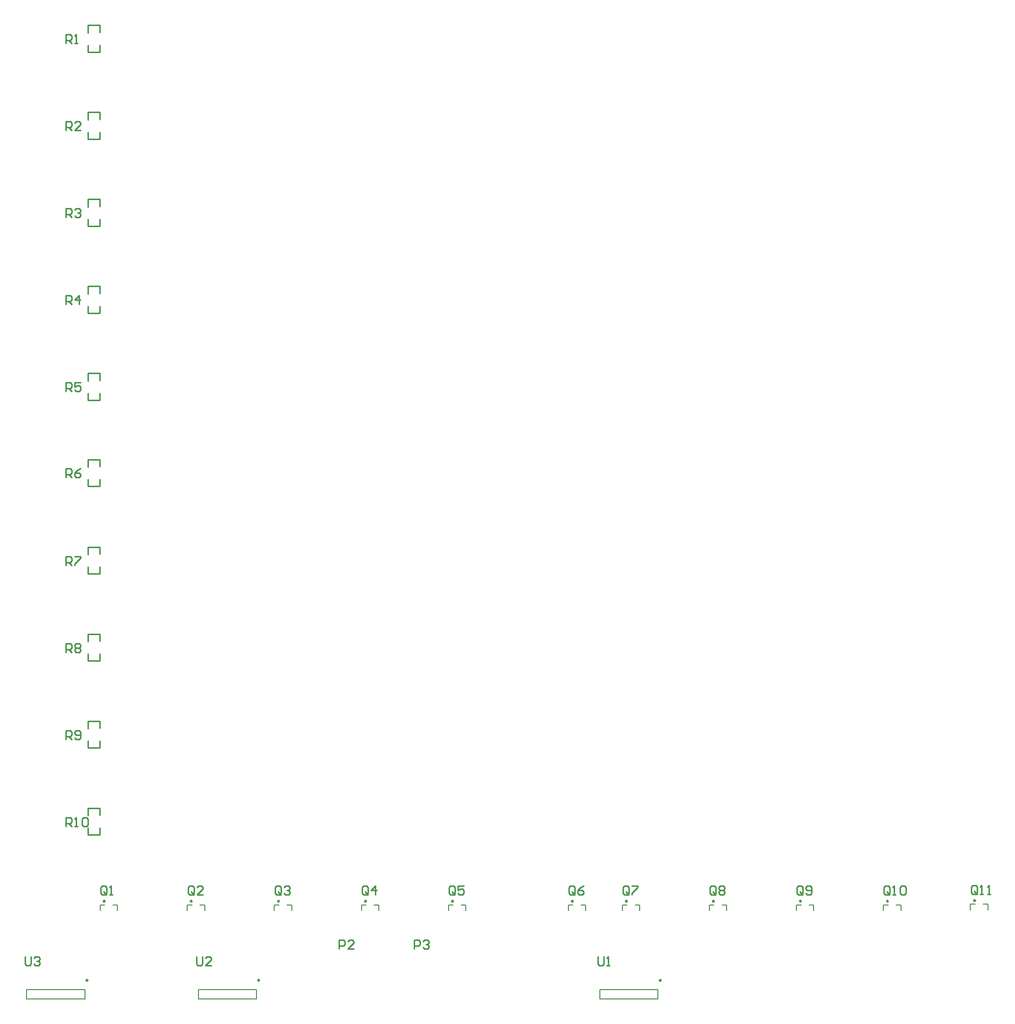
<source format=gto>
%FSTAX23Y23*%
%MOIN*%
%SFA1B1*%

%IPPOS*%
%ADD22C,0.009840*%
%ADD23C,0.007870*%
%ADD24C,0.010000*%
%LNwordclock_v20-1*%
%LPD*%
G54D22*
X-03046Y-03438D02*
D01*
X-03046Y-03438*
X-03046Y-03437*
X-03046Y-03437*
X-03046Y-03437*
X-03046Y-03436*
X-03046Y-03436*
X-03046Y-03436*
X-03047Y-03435*
X-03047Y-03435*
X-03047Y-03435*
X-03047Y-03435*
X-03048Y-03434*
X-03048Y-03434*
X-03048Y-03434*
X-03048Y-03434*
X-03049Y-03434*
X-03049Y-03433*
X-03049Y-03433*
X-0305Y-03433*
X-0305Y-03433*
X-0305Y-03433*
X-03051Y-03433*
X-03051*
X-03051Y-03433*
X-03052Y-03433*
X-03052Y-03433*
X-03052Y-03433*
X-03053Y-03433*
X-03053Y-03434*
X-03053Y-03434*
X-03054Y-03434*
X-03054Y-03434*
X-03054Y-03434*
X-03054Y-03435*
X-03055Y-03435*
X-03055Y-03435*
X-03055Y-03435*
X-03055Y-03436*
X-03055Y-03436*
X-03055Y-03436*
X-03056Y-03437*
X-03056Y-03437*
X-03056Y-03437*
X-03056Y-03438*
X-03056Y-03438*
X-03056Y-03438*
X-03056Y-03439*
X-03056Y-03439*
X-03056Y-03439*
X-03055Y-0344*
X-03055Y-0344*
X-03055Y-0344*
X-03055Y-03441*
X-03055Y-03441*
X-03055Y-03441*
X-03054Y-03441*
X-03054Y-03442*
X-03054Y-03442*
X-03054Y-03442*
X-03053Y-03442*
X-03053Y-03442*
X-03053Y-03443*
X-03052Y-03443*
X-03052Y-03443*
X-03052Y-03443*
X-03051Y-03443*
X-03051Y-03443*
X-03051*
X-0305Y-03443*
X-0305Y-03443*
X-0305Y-03443*
X-03049Y-03443*
X-03049Y-03443*
X-03049Y-03442*
X-03048Y-03442*
X-03048Y-03442*
X-03048Y-03442*
X-03048Y-03442*
X-03047Y-03441*
X-03047Y-03441*
X-03047Y-03441*
X-03047Y-03441*
X-03046Y-0344*
X-03046Y-0344*
X-03046Y-0344*
X-03046Y-03439*
X-03046Y-03439*
X-03046Y-03439*
X-03046Y-03438*
X-03046Y-03438*
X00843D02*
D01*
X00843Y-03438*
X00843Y-03437*
X00843Y-03437*
X00843Y-03437*
X00843Y-03436*
X00843Y-03436*
X00843Y-03436*
X00842Y-03435*
X00842Y-03435*
X00842Y-03435*
X00842Y-03435*
X00841Y-03434*
X00841Y-03434*
X00841Y-03434*
X00841Y-03434*
X0084Y-03434*
X0084Y-03433*
X0084Y-03433*
X00839Y-03433*
X00839Y-03433*
X00839Y-03433*
X00838Y-03433*
X00838*
X00838Y-03433*
X00837Y-03433*
X00837Y-03433*
X00837Y-03433*
X00836Y-03433*
X00836Y-03434*
X00836Y-03434*
X00835Y-03434*
X00835Y-03434*
X00835Y-03434*
X00835Y-03435*
X00834Y-03435*
X00834Y-03435*
X00834Y-03435*
X00834Y-03436*
X00834Y-03436*
X00834Y-03436*
X00833Y-03437*
X00833Y-03437*
X00833Y-03437*
X00833Y-03438*
X00833Y-03438*
X00833Y-03438*
X00833Y-03439*
X00833Y-03439*
X00833Y-03439*
X00834Y-0344*
X00834Y-0344*
X00834Y-0344*
X00834Y-03441*
X00834Y-03441*
X00834Y-03441*
X00835Y-03441*
X00835Y-03442*
X00835Y-03442*
X00835Y-03442*
X00836Y-03442*
X00836Y-03442*
X00836Y-03443*
X00837Y-03443*
X00837Y-03443*
X00837Y-03443*
X00838Y-03443*
X00838Y-03443*
X00838*
X00839Y-03443*
X00839Y-03443*
X00839Y-03443*
X0084Y-03443*
X0084Y-03443*
X0084Y-03442*
X00841Y-03442*
X00841Y-03442*
X00841Y-03442*
X00841Y-03442*
X00842Y-03441*
X00842Y-03441*
X00842Y-03441*
X00842Y-03441*
X00843Y-0344*
X00843Y-0344*
X00843Y-0344*
X00843Y-03439*
X00843Y-03439*
X00843Y-03439*
X00843Y-03438*
X00843Y-03438*
X-01881D02*
D01*
X-01881Y-03438*
X-01881Y-03437*
X-01881Y-03437*
X-01881Y-03437*
X-01881Y-03436*
X-01881Y-03436*
X-01881Y-03436*
X-01882Y-03435*
X-01882Y-03435*
X-01882Y-03435*
X-01882Y-03435*
X-01883Y-03434*
X-01883Y-03434*
X-01883Y-03434*
X-01883Y-03434*
X-01884Y-03434*
X-01884Y-03433*
X-01884Y-03433*
X-01885Y-03433*
X-01885Y-03433*
X-01885Y-03433*
X-01886Y-03433*
X-01886*
X-01886Y-03433*
X-01887Y-03433*
X-01887Y-03433*
X-01887Y-03433*
X-01888Y-03433*
X-01888Y-03434*
X-01888Y-03434*
X-01889Y-03434*
X-01889Y-03434*
X-01889Y-03434*
X-01889Y-03435*
X-0189Y-03435*
X-0189Y-03435*
X-0189Y-03435*
X-0189Y-03436*
X-0189Y-03436*
X-0189Y-03436*
X-01891Y-03437*
X-01891Y-03437*
X-01891Y-03437*
X-01891Y-03438*
X-01891Y-03438*
X-01891Y-03438*
X-01891Y-03439*
X-01891Y-03439*
X-01891Y-03439*
X-0189Y-0344*
X-0189Y-0344*
X-0189Y-0344*
X-0189Y-03441*
X-0189Y-03441*
X-0189Y-03441*
X-01889Y-03441*
X-01889Y-03442*
X-01889Y-03442*
X-01889Y-03442*
X-01888Y-03442*
X-01888Y-03442*
X-01888Y-03443*
X-01887Y-03443*
X-01887Y-03443*
X-01887Y-03443*
X-01886Y-03443*
X-01886Y-03443*
X-01886*
X-01885Y-03443*
X-01885Y-03443*
X-01885Y-03443*
X-01884Y-03443*
X-01884Y-03443*
X-01884Y-03442*
X-01883Y-03442*
X-01883Y-03442*
X-01883Y-03442*
X-01883Y-03442*
X-01882Y-03441*
X-01882Y-03441*
X-01882Y-03441*
X-01882Y-03441*
X-01881Y-0344*
X-01881Y-0344*
X-01881Y-0344*
X-01881Y-03439*
X-01881Y-03439*
X-01881Y-03439*
X-01881Y-03438*
X-01881Y-03438*
X-02929Y-02901D02*
D01*
X-02929Y-02901*
X-02929Y-029*
X-02929Y-029*
X-02929Y-029*
X-02929Y-02899*
X-02929Y-02899*
X-02929Y-02899*
X-02929Y-02898*
X-02929Y-02898*
X-0293Y-02898*
X-0293Y-02898*
X-0293Y-02897*
X-0293Y-02897*
X-02931Y-02897*
X-02931Y-02897*
X-02931Y-02897*
X-02932Y-02897*
X-02932Y-02896*
X-02932Y-02896*
X-02933Y-02896*
X-02933Y-02896*
X-02933Y-02896*
X-02934*
X-02934Y-02896*
X-02934Y-02896*
X-02935Y-02896*
X-02935Y-02896*
X-02935Y-02897*
X-02936Y-02897*
X-02936Y-02897*
X-02936Y-02897*
X-02937Y-02897*
X-02937Y-02897*
X-02937Y-02898*
X-02937Y-02898*
X-02937Y-02898*
X-02938Y-02898*
X-02938Y-02899*
X-02938Y-02899*
X-02938Y-02899*
X-02938Y-029*
X-02938Y-029*
X-02938Y-029*
X-02938Y-02901*
X-02938Y-02901*
X-02938Y-02901*
X-02938Y-02902*
X-02938Y-02902*
X-02938Y-02902*
X-02938Y-02903*
X-02938Y-02903*
X-02938Y-02903*
X-02938Y-02904*
X-02937Y-02904*
X-02937Y-02904*
X-02937Y-02904*
X-02937Y-02905*
X-02937Y-02905*
X-02936Y-02905*
X-02936Y-02905*
X-02936Y-02906*
X-02935Y-02906*
X-02935Y-02906*
X-02935Y-02906*
X-02934Y-02906*
X-02934Y-02906*
X-02934Y-02906*
X-02933*
X-02933Y-02906*
X-02933Y-02906*
X-02932Y-02906*
X-02932Y-02906*
X-02932Y-02906*
X-02931Y-02906*
X-02931Y-02905*
X-02931Y-02905*
X-0293Y-02905*
X-0293Y-02905*
X-0293Y-02904*
X-0293Y-02904*
X-02929Y-02904*
X-02929Y-02904*
X-02929Y-02903*
X-02929Y-02903*
X-02929Y-02903*
X-02929Y-02902*
X-02929Y-02902*
X-02929Y-02902*
X-02929Y-02901*
X-02929Y-02901*
X00247D02*
D01*
X00247Y-02901*
X00247Y-029*
X00246Y-029*
X00246Y-029*
X00246Y-02899*
X00246Y-02899*
X00246Y-02899*
X00246Y-02898*
X00246Y-02898*
X00245Y-02898*
X00245Y-02898*
X00245Y-02897*
X00245Y-02897*
X00244Y-02897*
X00244Y-02897*
X00244Y-02897*
X00243Y-02897*
X00243Y-02896*
X00243Y-02896*
X00242Y-02896*
X00242Y-02896*
X00242Y-02896*
X00241*
X00241Y-02896*
X00241Y-02896*
X0024Y-02896*
X0024Y-02896*
X0024Y-02897*
X00239Y-02897*
X00239Y-02897*
X00239Y-02897*
X00239Y-02897*
X00238Y-02897*
X00238Y-02898*
X00238Y-02898*
X00238Y-02898*
X00237Y-02898*
X00237Y-02899*
X00237Y-02899*
X00237Y-02899*
X00237Y-029*
X00237Y-029*
X00237Y-029*
X00237Y-02901*
X00237Y-02901*
X00237Y-02901*
X00237Y-02902*
X00237Y-02902*
X00237Y-02902*
X00237Y-02903*
X00237Y-02903*
X00237Y-02903*
X00237Y-02904*
X00238Y-02904*
X00238Y-02904*
X00238Y-02904*
X00238Y-02905*
X00239Y-02905*
X00239Y-02905*
X00239Y-02905*
X00239Y-02906*
X0024Y-02906*
X0024Y-02906*
X0024Y-02906*
X00241Y-02906*
X00241Y-02906*
X00241Y-02906*
X00242*
X00242Y-02906*
X00242Y-02906*
X00243Y-02906*
X00243Y-02906*
X00243Y-02906*
X00244Y-02906*
X00244Y-02905*
X00244Y-02905*
X00245Y-02905*
X00245Y-02905*
X00245Y-02904*
X00245Y-02904*
X00246Y-02904*
X00246Y-02904*
X00246Y-02903*
X00246Y-02903*
X00246Y-02903*
X00246Y-02902*
X00246Y-02902*
X00247Y-02902*
X00247Y-02901*
X00247Y-02901*
X-02338D02*
D01*
X-02338Y-02901*
X-02338Y-029*
X-02338Y-029*
X-02338Y-029*
X-02338Y-02899*
X-02338Y-02899*
X-02339Y-02899*
X-02339Y-02898*
X-02339Y-02898*
X-02339Y-02898*
X-02339Y-02898*
X-0234Y-02897*
X-0234Y-02897*
X-0234Y-02897*
X-0234Y-02897*
X-02341Y-02897*
X-02341Y-02897*
X-02341Y-02896*
X-02342Y-02896*
X-02342Y-02896*
X-02342Y-02896*
X-02343Y-02896*
X-02343*
X-02343Y-02896*
X-02344Y-02896*
X-02344Y-02896*
X-02344Y-02896*
X-02345Y-02897*
X-02345Y-02897*
X-02345Y-02897*
X-02346Y-02897*
X-02346Y-02897*
X-02346Y-02897*
X-02346Y-02898*
X-02347Y-02898*
X-02347Y-02898*
X-02347Y-02898*
X-02347Y-02899*
X-02347Y-02899*
X-02348Y-02899*
X-02348Y-029*
X-02348Y-029*
X-02348Y-029*
X-02348Y-02901*
X-02348Y-02901*
X-02348Y-02901*
X-02348Y-02902*
X-02348Y-02902*
X-02348Y-02902*
X-02348Y-02903*
X-02347Y-02903*
X-02347Y-02903*
X-02347Y-02904*
X-02347Y-02904*
X-02347Y-02904*
X-02346Y-02904*
X-02346Y-02905*
X-02346Y-02905*
X-02346Y-02905*
X-02345Y-02905*
X-02345Y-02906*
X-02345Y-02906*
X-02344Y-02906*
X-02344Y-02906*
X-02344Y-02906*
X-02343Y-02906*
X-02343Y-02906*
X-02343*
X-02342Y-02906*
X-02342Y-02906*
X-02342Y-02906*
X-02341Y-02906*
X-02341Y-02906*
X-02341Y-02906*
X-0234Y-02905*
X-0234Y-02905*
X-0234Y-02905*
X-0234Y-02905*
X-02339Y-02904*
X-02339Y-02904*
X-02339Y-02904*
X-02339Y-02904*
X-02339Y-02903*
X-02338Y-02903*
X-02338Y-02903*
X-02338Y-02902*
X-02338Y-02902*
X-02338Y-02902*
X-02338Y-02901*
X-02338Y-02901*
X-01747D02*
D01*
X-01747Y-02901*
X-01747Y-029*
X-01748Y-029*
X-01748Y-029*
X-01748Y-02899*
X-01748Y-02899*
X-01748Y-02899*
X-01748Y-02898*
X-01748Y-02898*
X-01749Y-02898*
X-01749Y-02898*
X-01749Y-02897*
X-01749Y-02897*
X-0175Y-02897*
X-0175Y-02897*
X-0175Y-02897*
X-01751Y-02897*
X-01751Y-02896*
X-01751Y-02896*
X-01752Y-02896*
X-01752Y-02896*
X-01752Y-02896*
X-01753*
X-01753Y-02896*
X-01753Y-02896*
X-01754Y-02896*
X-01754Y-02896*
X-01754Y-02897*
X-01755Y-02897*
X-01755Y-02897*
X-01755Y-02897*
X-01755Y-02897*
X-01756Y-02897*
X-01756Y-02898*
X-01756Y-02898*
X-01756Y-02898*
X-01757Y-02898*
X-01757Y-02899*
X-01757Y-02899*
X-01757Y-02899*
X-01757Y-029*
X-01757Y-029*
X-01757Y-029*
X-01757Y-02901*
X-01757Y-02901*
X-01757Y-02901*
X-01757Y-02902*
X-01757Y-02902*
X-01757Y-02902*
X-01757Y-02903*
X-01757Y-02903*
X-01757Y-02903*
X-01757Y-02904*
X-01756Y-02904*
X-01756Y-02904*
X-01756Y-02904*
X-01756Y-02905*
X-01755Y-02905*
X-01755Y-02905*
X-01755Y-02905*
X-01755Y-02906*
X-01754Y-02906*
X-01754Y-02906*
X-01754Y-02906*
X-01753Y-02906*
X-01753Y-02906*
X-01753Y-02906*
X-01752*
X-01752Y-02906*
X-01752Y-02906*
X-01751Y-02906*
X-01751Y-02906*
X-01751Y-02906*
X-0175Y-02906*
X-0175Y-02905*
X-0175Y-02905*
X-01749Y-02905*
X-01749Y-02905*
X-01749Y-02904*
X-01749Y-02904*
X-01748Y-02904*
X-01748Y-02904*
X-01748Y-02903*
X-01748Y-02903*
X-01748Y-02903*
X-01748Y-02902*
X-01748Y-02902*
X-01747Y-02902*
X-01747Y-02901*
X-01747Y-02901*
X-01157D02*
D01*
X-01157Y-02901*
X-01157Y-029*
X-01157Y-029*
X-01157Y-029*
X-01157Y-02899*
X-01157Y-02899*
X-01157Y-02899*
X-01158Y-02898*
X-01158Y-02898*
X-01158Y-02898*
X-01158Y-02898*
X-01159Y-02897*
X-01159Y-02897*
X-01159Y-02897*
X-01159Y-02897*
X-0116Y-02897*
X-0116Y-02897*
X-0116Y-02896*
X-01161Y-02896*
X-01161Y-02896*
X-01161Y-02896*
X-01162Y-02896*
X-01162*
X-01162Y-02896*
X-01163Y-02896*
X-01163Y-02896*
X-01163Y-02896*
X-01164Y-02897*
X-01164Y-02897*
X-01164Y-02897*
X-01165Y-02897*
X-01165Y-02897*
X-01165Y-02897*
X-01165Y-02898*
X-01166Y-02898*
X-01166Y-02898*
X-01166Y-02898*
X-01166Y-02899*
X-01166Y-02899*
X-01166Y-02899*
X-01167Y-029*
X-01167Y-029*
X-01167Y-029*
X-01167Y-02901*
X-01167Y-02901*
X-01167Y-02901*
X-01167Y-02902*
X-01167Y-02902*
X-01167Y-02902*
X-01166Y-02903*
X-01166Y-02903*
X-01166Y-02903*
X-01166Y-02904*
X-01166Y-02904*
X-01166Y-02904*
X-01165Y-02904*
X-01165Y-02905*
X-01165Y-02905*
X-01165Y-02905*
X-01164Y-02905*
X-01164Y-02906*
X-01164Y-02906*
X-01163Y-02906*
X-01163Y-02906*
X-01163Y-02906*
X-01162Y-02906*
X-01162Y-02906*
X-01162*
X-01161Y-02906*
X-01161Y-02906*
X-01161Y-02906*
X-0116Y-02906*
X-0116Y-02906*
X-0116Y-02906*
X-01159Y-02905*
X-01159Y-02905*
X-01159Y-02905*
X-01159Y-02905*
X-01158Y-02904*
X-01158Y-02904*
X-01158Y-02904*
X-01158Y-02904*
X-01157Y-02903*
X-01157Y-02903*
X-01157Y-02903*
X-01157Y-02902*
X-01157Y-02902*
X-01157Y-02902*
X-01157Y-02901*
X-01157Y-02901*
X-00566D02*
D01*
X-00566Y-02901*
X-00566Y-029*
X-00566Y-029*
X-00567Y-029*
X-00567Y-02899*
X-00567Y-02899*
X-00567Y-02899*
X-00567Y-02898*
X-00567Y-02898*
X-00568Y-02898*
X-00568Y-02898*
X-00568Y-02897*
X-00568Y-02897*
X-00569Y-02897*
X-00569Y-02897*
X-00569Y-02897*
X-00569Y-02897*
X-0057Y-02896*
X-0057Y-02896*
X-0057Y-02896*
X-00571Y-02896*
X-00571Y-02896*
X-00571*
X-00572Y-02896*
X-00572Y-02896*
X-00572Y-02896*
X-00573Y-02896*
X-00573Y-02897*
X-00573Y-02897*
X-00574Y-02897*
X-00574Y-02897*
X-00574Y-02897*
X-00575Y-02897*
X-00575Y-02898*
X-00575Y-02898*
X-00575Y-02898*
X-00575Y-02898*
X-00576Y-02899*
X-00576Y-02899*
X-00576Y-02899*
X-00576Y-029*
X-00576Y-029*
X-00576Y-029*
X-00576Y-02901*
X-00576Y-02901*
X-00576Y-02901*
X-00576Y-02902*
X-00576Y-02902*
X-00576Y-02902*
X-00576Y-02903*
X-00576Y-02903*
X-00576Y-02903*
X-00575Y-02904*
X-00575Y-02904*
X-00575Y-02904*
X-00575Y-02904*
X-00575Y-02905*
X-00574Y-02905*
X-00574Y-02905*
X-00574Y-02905*
X-00573Y-02906*
X-00573Y-02906*
X-00573Y-02906*
X-00572Y-02906*
X-00572Y-02906*
X-00572Y-02906*
X-00571Y-02906*
X-00571*
X-00571Y-02906*
X-0057Y-02906*
X-0057Y-02906*
X-0057Y-02906*
X-00569Y-02906*
X-00569Y-02906*
X-00569Y-02905*
X-00569Y-02905*
X-00568Y-02905*
X-00568Y-02905*
X-00568Y-02904*
X-00568Y-02904*
X-00567Y-02904*
X-00567Y-02904*
X-00567Y-02903*
X-00567Y-02903*
X-00567Y-02903*
X-00567Y-02902*
X-00566Y-02902*
X-00566Y-02902*
X-00566Y-02901*
X-00566Y-02901*
X00614D02*
D01*
X00614Y-02901*
X00614Y-029*
X00614Y-029*
X00614Y-029*
X00613Y-02899*
X00613Y-02899*
X00613Y-02899*
X00613Y-02898*
X00613Y-02898*
X00613Y-02898*
X00612Y-02898*
X00612Y-02897*
X00612Y-02897*
X00612Y-02897*
X00611Y-02897*
X00611Y-02897*
X00611Y-02897*
X0061Y-02896*
X0061Y-02896*
X0061Y-02896*
X00609Y-02896*
X00609Y-02896*
X00609*
X00608Y-02896*
X00608Y-02896*
X00608Y-02896*
X00607Y-02896*
X00607Y-02897*
X00607Y-02897*
X00606Y-02897*
X00606Y-02897*
X00606Y-02897*
X00606Y-02897*
X00605Y-02898*
X00605Y-02898*
X00605Y-02898*
X00605Y-02898*
X00604Y-02899*
X00604Y-02899*
X00604Y-02899*
X00604Y-029*
X00604Y-029*
X00604Y-029*
X00604Y-02901*
X00604Y-02901*
X00604Y-02901*
X00604Y-02902*
X00604Y-02902*
X00604Y-02902*
X00604Y-02903*
X00604Y-02903*
X00604Y-02903*
X00605Y-02904*
X00605Y-02904*
X00605Y-02904*
X00605Y-02904*
X00606Y-02905*
X00606Y-02905*
X00606Y-02905*
X00606Y-02905*
X00607Y-02906*
X00607Y-02906*
X00607Y-02906*
X00608Y-02906*
X00608Y-02906*
X00608Y-02906*
X00609Y-02906*
X00609*
X00609Y-02906*
X0061Y-02906*
X0061Y-02906*
X0061Y-02906*
X00611Y-02906*
X00611Y-02906*
X00611Y-02905*
X00612Y-02905*
X00612Y-02905*
X00612Y-02905*
X00612Y-02904*
X00613Y-02904*
X00613Y-02904*
X00613Y-02904*
X00613Y-02903*
X00613Y-02903*
X00613Y-02903*
X00614Y-02902*
X00614Y-02902*
X00614Y-02902*
X00614Y-02901*
X00614Y-02901*
X01204D02*
D01*
X01204Y-02901*
X01204Y-029*
X01204Y-029*
X01204Y-029*
X01204Y-02899*
X01204Y-02899*
X01204Y-02899*
X01204Y-02898*
X01203Y-02898*
X01203Y-02898*
X01203Y-02898*
X01203Y-02897*
X01202Y-02897*
X01202Y-02897*
X01202Y-02897*
X01202Y-02897*
X01201Y-02897*
X01201Y-02896*
X01201Y-02896*
X012Y-02896*
X012Y-02896*
X012Y-02896*
X01199*
X01199Y-02896*
X01199Y-02896*
X01198Y-02896*
X01198Y-02896*
X01198Y-02897*
X01197Y-02897*
X01197Y-02897*
X01197Y-02897*
X01196Y-02897*
X01196Y-02897*
X01196Y-02898*
X01196Y-02898*
X01195Y-02898*
X01195Y-02898*
X01195Y-02899*
X01195Y-02899*
X01195Y-02899*
X01195Y-029*
X01195Y-029*
X01195Y-029*
X01194Y-02901*
X01194Y-02901*
X01194Y-02901*
X01195Y-02902*
X01195Y-02902*
X01195Y-02902*
X01195Y-02903*
X01195Y-02903*
X01195Y-02903*
X01195Y-02904*
X01195Y-02904*
X01196Y-02904*
X01196Y-02904*
X01196Y-02905*
X01196Y-02905*
X01197Y-02905*
X01197Y-02905*
X01197Y-02906*
X01198Y-02906*
X01198Y-02906*
X01198Y-02906*
X01199Y-02906*
X01199Y-02906*
X01199Y-02906*
X012*
X012Y-02906*
X012Y-02906*
X01201Y-02906*
X01201Y-02906*
X01201Y-02906*
X01202Y-02906*
X01202Y-02905*
X01202Y-02905*
X01202Y-02905*
X01203Y-02905*
X01203Y-02904*
X01203Y-02904*
X01203Y-02904*
X01204Y-02904*
X01204Y-02903*
X01204Y-02903*
X01204Y-02903*
X01204Y-02902*
X01204Y-02902*
X01204Y-02902*
X01204Y-02901*
X01204Y-02901*
X01795D02*
D01*
X01795Y-02901*
X01795Y-029*
X01795Y-029*
X01795Y-029*
X01795Y-02899*
X01794Y-02899*
X01794Y-02899*
X01794Y-02898*
X01794Y-02898*
X01794Y-02898*
X01793Y-02898*
X01793Y-02897*
X01793Y-02897*
X01793Y-02897*
X01792Y-02897*
X01792Y-02897*
X01792Y-02897*
X01791Y-02896*
X01791Y-02896*
X01791Y-02896*
X0179Y-02896*
X0179Y-02896*
X0179*
X01789Y-02896*
X01789Y-02896*
X01789Y-02896*
X01788Y-02896*
X01788Y-02897*
X01788Y-02897*
X01787Y-02897*
X01787Y-02897*
X01787Y-02897*
X01787Y-02897*
X01786Y-02898*
X01786Y-02898*
X01786Y-02898*
X01786Y-02898*
X01786Y-02899*
X01785Y-02899*
X01785Y-02899*
X01785Y-029*
X01785Y-029*
X01785Y-029*
X01785Y-02901*
X01785Y-02901*
X01785Y-02901*
X01785Y-02902*
X01785Y-02902*
X01785Y-02902*
X01785Y-02903*
X01785Y-02903*
X01786Y-02903*
X01786Y-02904*
X01786Y-02904*
X01786Y-02904*
X01786Y-02904*
X01787Y-02905*
X01787Y-02905*
X01787Y-02905*
X01787Y-02905*
X01788Y-02906*
X01788Y-02906*
X01788Y-02906*
X01789Y-02906*
X01789Y-02906*
X01789Y-02906*
X0179Y-02906*
X0179*
X0179Y-02906*
X01791Y-02906*
X01791Y-02906*
X01791Y-02906*
X01792Y-02906*
X01792Y-02906*
X01792Y-02905*
X01793Y-02905*
X01793Y-02905*
X01793Y-02905*
X01793Y-02904*
X01794Y-02904*
X01794Y-02904*
X01794Y-02904*
X01794Y-02903*
X01794Y-02903*
X01795Y-02903*
X01795Y-02902*
X01795Y-02902*
X01795Y-02902*
X01795Y-02901*
X01795Y-02901*
X02385D02*
D01*
X02385Y-02901*
X02385Y-029*
X02385Y-029*
X02385Y-029*
X02385Y-02899*
X02385Y-02899*
X02385Y-02899*
X02385Y-02898*
X02384Y-02898*
X02384Y-02898*
X02384Y-02898*
X02384Y-02897*
X02384Y-02897*
X02383Y-02897*
X02383Y-02897*
X02383Y-02897*
X02382Y-02897*
X02382Y-02896*
X02382Y-02896*
X02381Y-02896*
X02381Y-02896*
X02381Y-02896*
X0238*
X0238Y-02896*
X0238Y-02896*
X02379Y-02896*
X02379Y-02896*
X02379Y-02897*
X02378Y-02897*
X02378Y-02897*
X02378Y-02897*
X02377Y-02897*
X02377Y-02897*
X02377Y-02898*
X02377Y-02898*
X02377Y-02898*
X02376Y-02898*
X02376Y-02899*
X02376Y-02899*
X02376Y-02899*
X02376Y-029*
X02376Y-029*
X02376Y-029*
X02376Y-02901*
X02376Y-02901*
X02376Y-02901*
X02376Y-02902*
X02376Y-02902*
X02376Y-02902*
X02376Y-02903*
X02376Y-02903*
X02376Y-02903*
X02376Y-02904*
X02377Y-02904*
X02377Y-02904*
X02377Y-02904*
X02377Y-02905*
X02377Y-02905*
X02378Y-02905*
X02378Y-02905*
X02378Y-02906*
X02379Y-02906*
X02379Y-02906*
X02379Y-02906*
X0238Y-02906*
X0238Y-02906*
X0238Y-02906*
X02381*
X02381Y-02906*
X02381Y-02906*
X02382Y-02906*
X02382Y-02906*
X02382Y-02906*
X02383Y-02906*
X02383Y-02905*
X02383Y-02905*
X02384Y-02905*
X02384Y-02905*
X02384Y-02904*
X02384Y-02904*
X02384Y-02904*
X02385Y-02904*
X02385Y-02903*
X02385Y-02903*
X02385Y-02903*
X02385Y-02902*
X02385Y-02902*
X02385Y-02902*
X02385Y-02901*
X02385Y-02901*
X02976Y-02896D02*
D01*
X02976Y-02896*
X02976Y-02896*
X02976Y-02895*
X02976Y-02895*
X02976Y-02895*
X02976Y-02894*
X02975Y-02894*
X02975Y-02894*
X02975Y-02893*
X02975Y-02893*
X02975Y-02893*
X02974Y-02893*
X02974Y-02892*
X02974Y-02892*
X02974Y-02892*
X02973Y-02892*
X02973Y-02892*
X02973Y-02892*
X02972Y-02892*
X02972Y-02892*
X02972Y-02891*
X02971Y-02891*
X02971*
X02971Y-02891*
X0297Y-02892*
X0297Y-02892*
X0297Y-02892*
X02969Y-02892*
X02969Y-02892*
X02969Y-02892*
X02968Y-02892*
X02968Y-02892*
X02968Y-02893*
X02968Y-02893*
X02967Y-02893*
X02967Y-02893*
X02967Y-02894*
X02967Y-02894*
X02967Y-02894*
X02966Y-02895*
X02966Y-02895*
X02966Y-02895*
X02966Y-02896*
X02966Y-02896*
X02966Y-02896*
X02966Y-02897*
X02966Y-02897*
X02966Y-02897*
X02966Y-02898*
X02966Y-02898*
X02967Y-02898*
X02967Y-02899*
X02967Y-02899*
X02967Y-02899*
X02967Y-029*
X02968Y-029*
X02968Y-029*
X02968Y-029*
X02968Y-029*
X02969Y-02901*
X02969Y-02901*
X02969Y-02901*
X0297Y-02901*
X0297Y-02901*
X0297Y-02901*
X02971Y-02901*
X02971Y-02901*
X02971*
X02972Y-02901*
X02972Y-02901*
X02972Y-02901*
X02973Y-02901*
X02973Y-02901*
X02973Y-02901*
X02974Y-02901*
X02974Y-029*
X02974Y-029*
X02974Y-029*
X02975Y-029*
X02975Y-029*
X02975Y-02899*
X02975Y-02899*
X02975Y-02899*
X02976Y-02898*
X02976Y-02898*
X02976Y-02898*
X02976Y-02897*
X02976Y-02897*
X02976Y-02897*
X02976Y-02896*
G54D23*
X-03458Y-03566D02*
Y-03503D01*
X-03064Y-03566D02*
Y-03503D01*
X-03458Y-03566D02*
X-03064D01*
X-03458Y-03503D02*
X-03064D01*
X00431Y-03566D02*
Y-03503D01*
X00825Y-03566D02*
Y-03503D01*
X00431Y-03566D02*
X00825D01*
X00431Y-03503D02*
X00825D01*
X-02293D02*
X-01899D01*
X-02293Y-03566D02*
X-01899D01*
Y-03503*
X-02293Y-03566D02*
Y-03503D01*
X-02872Y-02927D02*
X-02841D01*
Y-02966D02*
Y-02927D01*
X-02959D02*
X-02928D01*
X-02959Y-02966D02*
Y-02927D01*
X00303D02*
X00334D01*
Y-02966D02*
Y-02927D01*
X00216D02*
X00248D01*
X00216Y-02966D02*
Y-02927D01*
X-02282D02*
X-0225D01*
Y-02966D02*
Y-02927D01*
X-02369D02*
X-02337D01*
X-02369Y-02966D02*
Y-02927D01*
X-01691D02*
X-0166D01*
Y-02966D02*
Y-02927D01*
X-01778D02*
X-01746D01*
X-01778Y-02966D02*
Y-02927D01*
X-01101D02*
X-01069D01*
Y-02966D02*
Y-02927D01*
X-01187D02*
X-01156D01*
X-01187Y-02966D02*
Y-02927D01*
X-0051D02*
X-00479D01*
Y-02966D02*
Y-02927D01*
X-00597D02*
X-00565D01*
X-00597Y-02966D02*
Y-02927D01*
X0067D02*
X00701D01*
Y-02966D02*
Y-02927D01*
X00583D02*
X00615D01*
X00583Y-02966D02*
Y-02927D01*
X0126D02*
X01292D01*
Y-02966D02*
Y-02927D01*
X01174D02*
X01205D01*
X01174Y-02966D02*
Y-02927D01*
X01851D02*
X01882D01*
Y-02966D02*
Y-02927D01*
X01764D02*
X01796D01*
X01764Y-02966D02*
Y-02927D01*
X02442D02*
X02473D01*
Y-02966D02*
Y-02927D01*
X02355D02*
X02386D01*
X02355Y-02966D02*
Y-02927D01*
X03032Y-02922D02*
X03064D01*
Y-02961D02*
Y-02922D01*
X02945D02*
X02977D01*
X02945Y-02961D02*
Y-02922D01*
G54D24*
X-03041Y-02453D02*
Y-02406D01*
Y-02453D02*
X-02963D01*
Y-02406*
Y-0232D02*
Y-02272D01*
X-03041D02*
X-02963D01*
X-03041Y-02323D02*
Y-02272D01*
Y-01863D02*
Y-01816D01*
Y-01863D02*
X-02963D01*
Y-01816*
Y-0173D02*
Y-01682D01*
X-03041D02*
X-02963D01*
X-03041Y-01733D02*
Y-01682D01*
Y-01273D02*
Y-01226D01*
Y-01273D02*
X-02963D01*
Y-01226*
Y-0114D02*
Y-01092D01*
X-03041D02*
X-02963D01*
X-03041Y-01143D02*
Y-01092D01*
Y-00683D02*
Y-00636D01*
Y-00683D02*
X-02963D01*
Y-00636*
Y-0055D02*
Y-00502D01*
X-03041D02*
X-02963D01*
X-03041Y-00553D02*
Y-00502D01*
Y-00088D02*
Y-00041D01*
Y-00088D02*
X-02963D01*
Y-00041*
Y00044D02*
Y00092D01*
X-03041D02*
X-02963D01*
X-03041Y00041D02*
Y00092D01*
Y00496D02*
Y00543D01*
Y00496D02*
X-02963D01*
Y00543*
Y00629D02*
Y00677D01*
X-03041D02*
X-02963D01*
X-03041Y00626D02*
Y00677D01*
Y01086D02*
Y01133D01*
Y01086D02*
X-02963D01*
Y01133*
Y01219D02*
Y01267D01*
X-03041D02*
X-02963D01*
X-03041Y01216D02*
Y01267D01*
Y01676D02*
Y01723D01*
Y01676D02*
X-02963D01*
Y01723*
Y01809D02*
Y01857D01*
X-03041D02*
X-02963D01*
X-03041Y01806D02*
Y01857D01*
Y02266D02*
Y02313D01*
Y02266D02*
X-02963D01*
Y02313*
Y02399D02*
Y02447D01*
X-03041D02*
X-02963D01*
X-03041Y02396D02*
Y02447D01*
Y02856D02*
Y02903D01*
Y02856D02*
X-02963D01*
Y02903*
Y02989D02*
Y03037D01*
X-03041D02*
X-02963D01*
X-03041Y02986D02*
Y03037D01*
X-02915Y-02849D02*
Y-02809D01*
X-02925Y-02799*
X-02945*
X-02955Y-02809*
Y-02849*
X-02945Y-02859*
X-02925*
X-02935Y-02839D02*
X-02915Y-02859D01*
X-02925D02*
X-02915Y-02849D01*
X-02895Y-02859D02*
X-02875D01*
X-02885*
Y-02799*
X-02895Y-02809*
X0026Y-02849D02*
Y-02809D01*
X0025Y-02799*
X0023*
X0022Y-02809*
Y-02849*
X0023Y-02859*
X0025*
X0024Y-02839D02*
X0026Y-02859D01*
X0025D02*
X0026Y-02849D01*
X0032Y-02799D02*
X003Y-02809D01*
X0028Y-02829*
Y-02849*
X0029Y-02859*
X0031*
X0032Y-02849*
Y-02839*
X0031Y-02829*
X0028*
X-02305Y-03277D02*
Y-03327D01*
X-02295Y-03337*
X-02275*
X-02265Y-03327*
Y-03277*
X-02205Y-03337D02*
X-02245D01*
X-02205Y-03297*
Y-03287*
X-02215Y-03277*
X-02235*
X-02245Y-03287*
X0299Y-02844D02*
Y-02804D01*
X0298Y-02794*
X0296*
X0295Y-02804*
Y-02844*
X0296Y-02854*
X0298*
X0297Y-02834D02*
X0299Y-02854D01*
X0298D02*
X0299Y-02844D01*
X0301Y-02854D02*
X0303D01*
X0302*
Y-02794*
X0301Y-02804*
X0306Y-02854D02*
X0308D01*
X0307*
Y-02794*
X0306Y-02804*
X02399Y-02849D02*
Y-02809D01*
X02389Y-02799*
X02369*
X02359Y-02809*
Y-02849*
X02369Y-02859*
X02389*
X02379Y-02839D02*
X02399Y-02859D01*
X02389D02*
X02399Y-02849D01*
X02419Y-02859D02*
X02439D01*
X02429*
Y-02799*
X02419Y-02809*
X02469D02*
X02479Y-02799D01*
X02499*
X02509Y-02809*
Y-02849*
X02499Y-02859*
X02479*
X02469Y-02849*
Y-02809*
X01809Y-02849D02*
Y-02809D01*
X01799Y-02799*
X01779*
X01769Y-02809*
Y-02849*
X01779Y-02859*
X01799*
X01789Y-02839D02*
X01809Y-02859D01*
X01799D02*
X01809Y-02849D01*
X01829D02*
X01839Y-02859D01*
X01859*
X01869Y-02849*
Y-02809*
X01859Y-02799*
X01839*
X01829Y-02809*
Y-02819*
X01839Y-02829*
X01869*
X01218Y-02849D02*
Y-02809D01*
X01208Y-02799*
X01188*
X01178Y-02809*
Y-02849*
X01188Y-02859*
X01208*
X01198Y-02839D02*
X01218Y-02859D01*
X01208D02*
X01218Y-02849D01*
X01238Y-02809D02*
X01248Y-02799D01*
X01268*
X01278Y-02809*
Y-02819*
X01268Y-02829*
X01278Y-02839*
Y-02849*
X01268Y-02859*
X01248*
X01238Y-02849*
Y-02839*
X01248Y-02829*
X01238Y-02819*
Y-02809*
X01248Y-02829D02*
X01268D01*
X00628Y-02849D02*
Y-02809D01*
X00618Y-02799*
X00598*
X00588Y-02809*
Y-02849*
X00598Y-02859*
X00618*
X00608Y-02839D02*
X00628Y-02859D01*
X00618D02*
X00628Y-02849D01*
X00648Y-02799D02*
X00688D01*
Y-02809*
X00648Y-02849*
Y-02859*
X-00552Y-02849D02*
Y-02809D01*
X-00562Y-02799*
X-00582*
X-00592Y-02809*
Y-02849*
X-00582Y-02859*
X-00562*
X-00572Y-02839D02*
X-00552Y-02859D01*
X-00562D02*
X-00552Y-02849D01*
X-00492Y-02799D02*
X-00532D01*
Y-02829*
X-00512Y-02819*
X-00502*
X-00492Y-02829*
Y-02849*
X-00502Y-02859*
X-00522*
X-00532Y-02849*
X-01143D02*
Y-02809D01*
X-01153Y-02799*
X-01173*
X-01183Y-02809*
Y-02849*
X-01173Y-02859*
X-01153*
X-01163Y-02839D02*
X-01143Y-02859D01*
X-01153D02*
X-01143Y-02849D01*
X-01093Y-02859D02*
Y-02799D01*
X-01123Y-02829*
X-01083*
X-01734Y-02849D02*
Y-02809D01*
X-01744Y-02799*
X-01764*
X-01774Y-02809*
Y-02849*
X-01764Y-02859*
X-01744*
X-01754Y-02839D02*
X-01734Y-02859D01*
X-01744D02*
X-01734Y-02849D01*
X-01714Y-02809D02*
X-01704Y-02799D01*
X-01684*
X-01674Y-02809*
Y-02819*
X-01684Y-02829*
X-01694*
X-01684*
X-01674Y-02839*
Y-02849*
X-01684Y-02859*
X-01704*
X-01714Y-02849*
X-02324D02*
Y-02809D01*
X-02334Y-02799*
X-02354*
X-02364Y-02809*
Y-02849*
X-02354Y-02859*
X-02334*
X-02344Y-02839D02*
X-02324Y-02859D01*
X-02334D02*
X-02324Y-02849D01*
X-02264Y-02859D02*
X-02304D01*
X-02264Y-02819*
Y-02809*
X-02274Y-02799*
X-02294*
X-02304Y-02809*
X-03194Y-02394D02*
Y-02334D01*
X-03164*
X-03154Y-02344*
Y-02364*
X-03164Y-02374*
X-03194*
X-03174D02*
X-03154Y-02394D01*
X-03134D02*
X-03114D01*
X-03124*
Y-02334*
X-03134Y-02344*
X-03084D02*
X-03074Y-02334D01*
X-03054*
X-03044Y-02344*
Y-02384*
X-03054Y-02394*
X-03074*
X-03084Y-02384*
Y-02344*
X-03194Y-01804D02*
Y-01744D01*
X-03164*
X-03154Y-01754*
Y-01774*
X-03164Y-01784*
X-03194*
X-03174D02*
X-03154Y-01804D01*
X-03134Y-01794D02*
X-03124Y-01804D01*
X-03104*
X-03094Y-01794*
Y-01754*
X-03104Y-01744*
X-03124*
X-03134Y-01754*
Y-01764*
X-03124Y-01774*
X-03094*
X-03194Y-01214D02*
Y-01154D01*
X-03164*
X-03154Y-01164*
Y-01184*
X-03164Y-01194*
X-03194*
X-03174D02*
X-03154Y-01214D01*
X-03134Y-01164D02*
X-03124Y-01154D01*
X-03104*
X-03094Y-01164*
Y-01174*
X-03104Y-01184*
X-03094Y-01194*
Y-01204*
X-03104Y-01214*
X-03124*
X-03134Y-01204*
Y-01194*
X-03124Y-01184*
X-03134Y-01174*
Y-01164*
X-03124Y-01184D02*
X-03104D01*
X-03194Y-00624D02*
Y-00564D01*
X-03164*
X-03154Y-00574*
Y-00594*
X-03164Y-00604*
X-03194*
X-03174D02*
X-03154Y-00624D01*
X-03134Y-00564D02*
X-03094D01*
Y-00574*
X-03134Y-00614*
Y-00624*
X-03194Y-00029D02*
Y0003D01*
X-03164*
X-03154Y0002*
Y0*
X-03164Y-00009*
X-03194*
X-03174D02*
X-03154Y-00029D01*
X-03094Y0003D02*
X-03114Y0002D01*
X-03134Y0*
Y-00019*
X-03124Y-00029*
X-03104*
X-03094Y-00019*
Y-00009*
X-03104Y0*
X-03134*
X-03194Y00555D02*
Y00615D01*
X-03164*
X-03154Y00605*
Y00585*
X-03164Y00575*
X-03194*
X-03174D02*
X-03154Y00555D01*
X-03094Y00615D02*
X-03134D01*
Y00585*
X-03114Y00595*
X-03104*
X-03094Y00585*
Y00565*
X-03104Y00555*
X-03124*
X-03134Y00565*
X-03194Y01145D02*
Y01205D01*
X-03164*
X-03154Y01195*
Y01175*
X-03164Y01165*
X-03194*
X-03174D02*
X-03154Y01145D01*
X-03104D02*
Y01205D01*
X-03134Y01175*
X-03094*
X-03194Y01735D02*
Y01795D01*
X-03164*
X-03154Y01785*
Y01765*
X-03164Y01755*
X-03194*
X-03174D02*
X-03154Y01735D01*
X-03134Y01785D02*
X-03124Y01795D01*
X-03104*
X-03094Y01785*
Y01775*
X-03104Y01765*
X-03114*
X-03104*
X-03094Y01755*
Y01745*
X-03104Y01735*
X-03124*
X-03134Y01745*
X-03194Y02325D02*
Y02385D01*
X-03164*
X-03154Y02375*
Y02355*
X-03164Y02345*
X-03194*
X-03174D02*
X-03154Y02325D01*
X-03094D02*
X-03134D01*
X-03094Y02365*
Y02375*
X-03104Y02385*
X-03124*
X-03134Y02375*
X-03194Y02915D02*
Y02975D01*
X-03164*
X-03154Y02965*
Y02945*
X-03164Y02935*
X-03194*
X-03174D02*
X-03154Y02915D01*
X-03134D02*
X-03114D01*
X-03124*
Y02975*
X-03134Y02965*
X-00828Y-03225D02*
Y-03165D01*
X-00798*
X-00788Y-03175*
Y-03195*
X-00798Y-03205*
X-00828*
X-00768Y-03175D02*
X-00758Y-03165D01*
X-00738*
X-00728Y-03175*
Y-03185*
X-00738Y-03195*
X-00748*
X-00738*
X-00728Y-03205*
Y-03215*
X-00738Y-03225*
X-00758*
X-00768Y-03215*
X00419Y-03277D02*
Y-03327D01*
X00429Y-03337*
X00449*
X00459Y-03327*
Y-03277*
X00479Y-03337D02*
X00499D01*
X00489*
Y-03277*
X00479Y-03287*
X-0347Y-03277D02*
Y-03327D01*
X-0346Y-03337*
X-0344*
X-0343Y-03327*
Y-03277*
X-0341Y-03287D02*
X-034Y-03277D01*
X-0338*
X-0337Y-03287*
Y-03297*
X-0338Y-03307*
X-0339*
X-0338*
X-0337Y-03317*
Y-03327*
X-0338Y-03337*
X-034*
X-0341Y-03327*
X-0134Y-03225D02*
Y-03165D01*
X-0131*
X-013Y-03175*
Y-03195*
X-0131Y-03205*
X-0134*
X-0124Y-03225D02*
X-0128D01*
X-0124Y-03185*
Y-03175*
X-0125Y-03165*
X-0127*
X-0128Y-03175*
M02*
</source>
